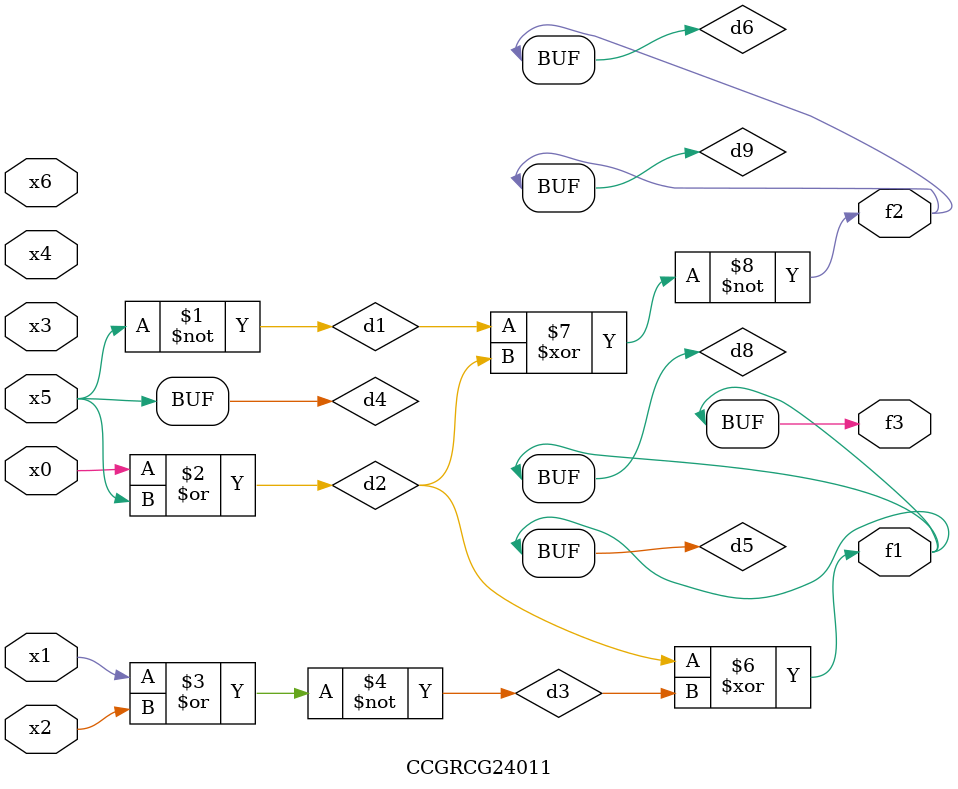
<source format=v>
module CCGRCG24011(
	input x0, x1, x2, x3, x4, x5, x6,
	output f1, f2, f3
);

	wire d1, d2, d3, d4, d5, d6, d7, d8, d9;

	nand (d1, x5);
	or (d2, x0, x5);
	nor (d3, x1, x2);
	xnor (d4, d1);
	xor (d5, d2, d3);
	xnor (d6, d1, d2);
	not (d7, x4);
	buf (d8, d5);
	xor (d9, d6);
	assign f1 = d8;
	assign f2 = d9;
	assign f3 = d8;
endmodule

</source>
